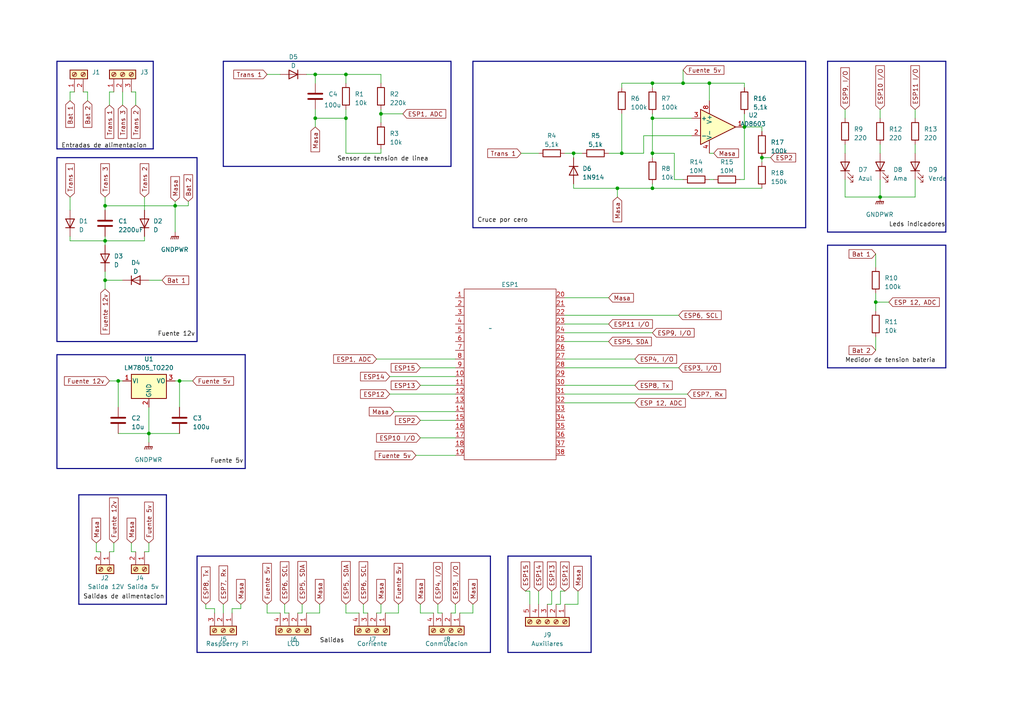
<source format=kicad_sch>
(kicad_sch (version 20230121) (generator eeschema)
  (paper "A4")
  (lib_symbols
    (symbol "Amplifier_Operational:AD8603" (pin_names (offset 0.127))
      (property "Reference" "U2" (at 10.16 3.4289 0))
      (property "Value" "AD8603" (at 10.16 0.8889 0))
      (symbol "AD8603_0_1"
        (polyline (pts (xy -5.08 5.08) (xy 5.08 0) (xy -5.08 -5.08) (xy -5.08 5.08)) (stroke (width 0.254)) (fill (type background)))
      )
      (symbol "AD8603_1_1"
        (pin output line (at 7.62 0 180) (length 2.54) (name "~") (number "1"))
        (pin input line (at -7.62 -2.54 0) (length 2.54) (name "-") (number "2"))
        (pin input line (at -7.62 2.54 0) (length 2.54) (name "+") (number "3"))
        (pin power_in line (at -2.54 -7.62 90) (length 3.81) (name "V-") (number "4"))
        (pin power_in line (at -2.54 7.62 270) (length 3.81) (name "V+") (number "8"))
      )
    )
    (symbol "Connector:Screw_Terminal_01x02" (pin_names (offset 1.016) hide)
      (property "Reference" "J" (at 0 2.54 0))
      (property "Value" "Screw_Terminal_01x02" (at 0 -5.08 0))
      (symbol "Screw_Terminal_01x02_1_1"
        (rectangle (start -1.27 1.27) (end 1.27 -3.81) (stroke (width 0.254)) (fill (type background)))
        (circle (center 0 -2.54) (radius 0.635) (stroke (width 0.1524)))
        (polyline (pts (xy -0.5334 -2.2098) (xy 0.3302 -3.048)) (stroke (width 0.1524)))
        (polyline (pts (xy -0.5334 0.3302) (xy 0.3302 -0.508)) (stroke (width 0.1524)))
        (polyline (pts (xy -0.3556 -2.032) (xy 0.508 -2.8702)) (stroke (width 0.1524)))
        (polyline (pts (xy -0.3556 0.508) (xy 0.508 -0.3302)) (stroke (width 0.1524)))
        (circle (center 0 0) (radius 0.635) (stroke (width 0.1524)))
        (pin passive line (at -5.08 0 0) (length 3.81) (name "Pin_1") (number "1"))
        (pin passive line (at -5.08 -2.54 0) (length 3.81) (name "Pin_2") (number "2"))
      )
    )
    (symbol "Connector:Screw_Terminal_01x03" (pin_names (offset 1.016) hide)
      (property "Reference" "J" (at 0 5.08 0))
      (property "Value" "Screw_Terminal_01x03" (at 0 -5.08 0))
      (symbol "Screw_Terminal_01x03_1_1"
        (rectangle (start -1.27 3.81) (end 1.27 -3.81) (stroke (width 0.254)) (fill (type background)))
        (circle (center 0 -2.54) (radius 0.635) (stroke (width 0.1524)))
        (polyline (pts (xy -0.5334 -2.2098) (xy 0.3302 -3.048)) (stroke (width 0.1524)))
        (polyline (pts (xy -0.5334 0.3302) (xy 0.3302 -0.508)) (stroke (width 0.1524)))
        (polyline (pts (xy -0.5334 2.8702) (xy 0.3302 2.032)) (stroke (width 0.1524)))
        (polyline (pts (xy -0.3556 -2.032) (xy 0.508 -2.8702)) (stroke (width 0.1524)))
        (polyline (pts (xy -0.3556 0.508) (xy 0.508 -0.3302)) (stroke (width 0.1524)))
        (polyline (pts (xy -0.3556 3.048) (xy 0.508 2.2098)) (stroke (width 0.1524)))
        (circle (center 0 0) (radius 0.635) (stroke (width 0.1524)))
        (circle (center 0 2.54) (radius 0.635) (stroke (width 0.1524)))
        (pin passive line (at -5.08 2.54 0) (length 3.81) (name "Pin_1") (number "1"))
        (pin passive line (at -5.08 0 0) (length 3.81) (name "Pin_2") (number "2"))
        (pin passive line (at -5.08 -2.54 0) (length 3.81) (name "Pin_3") (number "3"))
      )
    )
    (symbol "Connector:Screw_Terminal_01x04" (pin_names (offset 1.016) hide)
      (property "Reference" "J" (at 0 5.08 0))
      (property "Value" "Screw_Terminal_01x04" (at 0 -7.62 0))
      (symbol "Screw_Terminal_01x04_1_1"
        (rectangle (start -1.27 3.81) (end 1.27 -6.35) (stroke (width 0.254)) (fill (type background)))
        (circle (center 0 -5.08) (radius 0.635) (stroke (width 0.1524)))
        (circle (center 0 -2.54) (radius 0.635) (stroke (width 0.1524)))
        (polyline (pts (xy -0.5334 -4.7498) (xy 0.3302 -5.588)) (stroke (width 0.1524)))
        (polyline (pts (xy -0.5334 -2.2098) (xy 0.3302 -3.048)) (stroke (width 0.1524)))
        (polyline (pts (xy -0.5334 0.3302) (xy 0.3302 -0.508)) (stroke (width 0.1524)))
        (polyline (pts (xy -0.5334 2.8702) (xy 0.3302 2.032)) (stroke (width 0.1524)))
        (polyline (pts (xy -0.3556 -4.572) (xy 0.508 -5.4102)) (stroke (width 0.1524)))
        (polyline (pts (xy -0.3556 -2.032) (xy 0.508 -2.8702)) (stroke (width 0.1524)))
        (polyline (pts (xy -0.3556 0.508) (xy 0.508 -0.3302)) (stroke (width 0.1524)))
        (polyline (pts (xy -0.3556 3.048) (xy 0.508 2.2098)) (stroke (width 0.1524)))
        (circle (center 0 0) (radius 0.635) (stroke (width 0.1524)))
        (circle (center 0 2.54) (radius 0.635) (stroke (width 0.1524)))
        (pin passive line (at -5.08 2.54 0) (length 3.81) (name "Pin_1") (number "1"))
        (pin passive line (at -5.08 0 0) (length 3.81) (name "Pin_2") (number "2"))
        (pin passive line (at -5.08 -2.54 0) (length 3.81) (name "Pin_3") (number "3"))
        (pin passive line (at -5.08 -5.08 0) (length 3.81) (name "Pin_4") (number "4"))
      )
    )
    (symbol "Connector:Screw_Terminal_01x05" (pin_names (offset 1.016) hide)
      (property "Reference" "J" (at 0 7.62 0))
      (property "Value" "Screw_Terminal_01x05" (at 0 -7.62 0))
      (symbol "Screw_Terminal_01x05_1_1"
        (rectangle (start -1.27 6.35) (end 1.27 -6.35) (stroke (width 0.254)) (fill (type background)))
        (circle (center 0 -5.08) (radius 0.635) (stroke (width 0.1524)))
        (circle (center 0 -2.54) (radius 0.635) (stroke (width 0.1524)))
        (polyline (pts (xy -0.5334 -4.7498) (xy 0.3302 -5.588)) (stroke (width 0.1524)))
        (polyline (pts (xy -0.5334 -2.2098) (xy 0.3302 -3.048)) (stroke (width 0.1524)))
        (polyline (pts (xy -0.5334 0.3302) (xy 0.3302 -0.508)) (stroke (width 0.1524)))
        (polyline (pts (xy -0.5334 2.8702) (xy 0.3302 2.032)) (stroke (width 0.1524)))
        (polyline (pts (xy -0.5334 5.4102) (xy 0.3302 4.572)) (stroke (width 0.1524)))
        (polyline (pts (xy -0.3556 -4.572) (xy 0.508 -5.4102)) (stroke (width 0.1524)))
        (polyline (pts (xy -0.3556 -2.032) (xy 0.508 -2.8702)) (stroke (width 0.1524)))
        (polyline (pts (xy -0.3556 0.508) (xy 0.508 -0.3302)) (stroke (width 0.1524)))
        (polyline (pts (xy -0.3556 3.048) (xy 0.508 2.2098)) (stroke (width 0.1524)))
        (polyline (pts (xy -0.3556 5.588) (xy 0.508 4.7498)) (stroke (width 0.1524)))
        (circle (center 0 0) (radius 0.635) (stroke (width 0.1524)))
        (circle (center 0 2.54) (radius 0.635) (stroke (width 0.1524)))
        (circle (center 0 5.08) (radius 0.635) (stroke (width 0.1524)))
        (pin passive line (at -5.08 5.08 0) (length 3.81) (name "Pin_1") (number "1"))
        (pin passive line (at -5.08 2.54 0) (length 3.81) (name "Pin_2") (number "2"))
        (pin passive line (at -5.08 0 0) (length 3.81) (name "Pin_3") (number "3"))
        (pin passive line (at -5.08 -2.54 0) (length 3.81) (name "Pin_4") (number "4"))
        (pin passive line (at -5.08 -5.08 0) (length 3.81) (name "Pin_5") (number "5"))
      )
    )
    (symbol "Device:C" (pin_numbers hide) (pin_names (offset 0.254))
      (property "Reference" "C" (at 0.635 2.54 0))
      (property "Value" "C" (at 0.635 -2.54 0))
      (symbol "C_0_1"
        (polyline (pts (xy -2.032 -0.762) (xy 2.032 -0.762)) (stroke (width 0.508)))
        (polyline (pts (xy -2.032 0.762) (xy 2.032 0.762)) (stroke (width 0.508)))
      )
      (symbol "C_1_1"
        (pin passive line (at 0 3.81 270) (length 2.794) (name "~") (number "1"))
        (pin passive line (at 0 -3.81 90) (length 2.794) (name "~") (number "2"))
      )
    )
    (symbol "Device:D" (pin_numbers hide) (pin_names (offset 1.016) hide)
      (property "Reference" "D" (at 0 2.54 0))
      (property "Value" "D" (at 0 -2.54 0))
      (symbol "D_0_1"
        (polyline (pts (xy -1.27 1.27) (xy -1.27 -1.27)) (stroke (width 0.254)))
        (polyline (pts (xy 1.27 0) (xy -1.27 0)))
        (polyline (pts (xy 1.27 1.27) (xy 1.27 -1.27) (xy -1.27 0) (xy 1.27 1.27)) (stroke (width 0.254)))
      )
      (symbol "D_1_1"
        (pin passive line (at -3.81 0 0) (length 2.54) (name "K") (number "1"))
        (pin passive line (at 3.81 0 180) (length 2.54) (name "A") (number "2"))
      )
    )
    (symbol "Device:LED" (pin_numbers hide) (pin_names (offset 1.016) hide)
      (property "Reference" "D" (at 0 2.54 0))
      (property "Value" "LED" (at 0 -2.54 0))
      (symbol "LED_0_1"
        (polyline (pts (xy -1.27 -1.27) (xy -1.27 1.27)) (stroke (width 0.254)))
        (polyline (pts (xy -1.27 0) (xy 1.27 0)))
        (polyline (pts (xy 1.27 -1.27) (xy 1.27 1.27) (xy -1.27 0) (xy 1.27 -1.27)) (stroke (width 0.254)))
        (polyline (pts (xy -3.048 -0.762) (xy -4.572 -2.286) (xy -3.81 -2.286) (xy -4.572 -2.286) (xy -4.572 -1.524)))
        (polyline (pts (xy -1.778 -0.762) (xy -3.302 -2.286) (xy -2.54 -2.286) (xy -3.302 -2.286) (xy -3.302 -1.524)))
      )
      (symbol "LED_1_1"
        (pin passive line (at -3.81 0 0) (length 2.54) (name "K") (number "1"))
        (pin passive line (at 3.81 0 180) (length 2.54) (name "A") (number "2"))
      )
    )
    (symbol "Device:R" (pin_numbers hide) (pin_names (offset 0))
      (property "Reference" "R" (at 2.032 0 90))
      (property "Value" "R" (at 0 0 90))
      (symbol "R_0_1"
        (rectangle (start -1.016 -2.54) (end 1.016 2.54) (stroke (width 0.254)))
      )
      (symbol "R_1_1"
        (pin passive line (at 0 3.81 270) (length 1.27) (name "~") (number "1"))
        (pin passive line (at 0 -3.81 90) (length 1.27) (name "~") (number "2"))
      )
    )
    (symbol "ESP32NodeMcu:ESP32NodeMcu" (pin_names hide)
      (property "Reference" "ESP32" (at 0 2.54 0))
      (symbol "ESP32NodeMcu_0_1"
        (rectangle (start -12.7 13.97) (end 13.97 -35.56))
      )
      (symbol "ESP32NodeMcu_1_1"
        (pin bidirectional line (at -15.24 11.43 0) (length 2.54) (name "3,3v") (number "1"))
        (pin bidirectional line (at -15.24 -11.43 0) (length 2.54) (name "ADC2_9,RTCGPIO7,GPIO26,DAC_2") (number "10"))
        (pin bidirectional line (at -15.24 -13.97 0) (length 2.54) (name "ADC2_7,RTCGPIO17,GPIO27,TOUCH_7") (number "11"))
        (pin bidirectional line (at -15.24 -16.51 0) (length 2.54) (name "ADC2_6,RTCGPIO16,GPIO32,TOUCH_6,HSPI_CLK,SD_CLK") (number "12"))
        (pin bidirectional line (at -15.24 -19.05 0) (length 2.54) (name "ADC2_5,RTCGPIO15,GPIO12,TOUCH_5,HSPI_MISO,SD_DAT2") (number "13"))
        (pin bidirectional line (at -15.24 -21.59 0) (length 2.54) (name "GND") (number "14"))
        (pin bidirectional line (at -15.24 -24.13 0) (length 2.54) (name "ADC2_4,RTCGPIO14,GPIO13,TOUCH_4,HSPI_MOSI,SD_DAT3") (number "15"))
        (pin bidirectional line (at -15.24 -26.67 0) (length 2.54) (name "SHD/SD2,GPIO09") (number "16"))
        (pin bidirectional line (at -15.24 -29.21 0) (length 2.54) (name "SWP/SD3,GPIO10") (number "17"))
        (pin bidirectional line (at -15.24 -31.75 0) (length 2.54) (name "CSC/CMD,GPIO11") (number "18"))
        (pin bidirectional line (at -15.24 -34.29 0) (length 2.54) (name "5v") (number "19"))
        (pin input line (at -15.24 8.89 0) (length 2.54) (name "Reset,En") (number "2"))
        (pin bidirectional line (at 16.51 11.43 180) (length 2.54) (name "GND") (number "20"))
        (pin bidirectional line (at 16.51 8.89 180) (length 2.54) (name "GPIO23,VSPI_MOSI") (number "21"))
        (pin bidirectional line (at 16.51 6.35 180) (length 2.54) (name "GPIO22,I2C_SCL") (number "22"))
        (pin bidirectional line (at 16.51 3.81 180) (length 2.54) (name "GPIO1,TX0") (number "23"))
        (pin bidirectional line (at 16.51 1.27 180) (length 2.54) (name "GPIO3,RX0") (number "24"))
        (pin bidirectional line (at 16.51 -1.27 180) (length 2.54) (name "GPIO21,I2C_SDA") (number "25"))
        (pin bidirectional line (at 16.51 -3.81 180) (length 2.54) (name "GND") (number "26"))
        (pin bidirectional line (at 16.51 -6.35 180) (length 2.54) (name "GPIO19,VSPI_MISO") (number "27"))
        (pin bidirectional line (at 16.51 -8.89 180) (length 2.54) (name "GPIO18,VSPI_CLK") (number "28"))
        (pin bidirectional line (at 16.51 -11.43 180) (length 2.54) (name "GPIO5,VSPI_CS") (number "29"))
        (pin input line (at -15.24 6.35 0) (length 2.54) (name "ADC1_0,RTC_GPIO0,GPIO36") (number "3"))
        (pin bidirectional line (at 16.51 -13.97 180) (length 2.54) (name "GPIO17,TX2") (number "30"))
        (pin bidirectional line (at 16.51 -16.51 180) (length 2.54) (name "GPIO16,RX2") (number "31"))
        (pin bidirectional line (at 16.51 -19.05 180) (length 2.54) (name "GPIO4,RTC_GPIO10,ADC2_0,TOUCH_0,SD_DAT1") (number "32"))
        (pin bidirectional line (at 16.51 -21.59 180) (length 2.54) (name "GPIO0,RTC_GPIO11,ADC2_1,TOUCH_1") (number "33"))
        (pin bidirectional line (at 16.51 -24.13 180) (length 2.54) (name "GPIO2,RTC_GPIO12,ADC2_2,TOUCH_2,SD_DAT0,LED") (number "34"))
        (pin bidirectional line (at 16.51 -26.67 180) (length 2.54) (name "GPIO15,RTC_GPIO13,ADC2_3,TOUCH_3,SD_CMD,HSPI_CS") (number "35"))
        (pin bidirectional line (at 16.51 -29.21 180) (length 2.54) (name "GPIO8,SDI/SD1") (number "36"))
        (pin bidirectional line (at 16.51 -31.75 180) (length 2.54) (name "GPIO7,SDO/SD0") (number "37"))
        (pin bidirectional line (at 16.51 -34.29 180) (length 2.54) (name "GPIO6,SCK/CLK") (number "38"))
        (pin input line (at -15.24 3.81 0) (length 2.54) (name "ADC1_3,RTCGPIO3,GPIO39") (number "4"))
        (pin input line (at -15.24 1.27 0) (length 2.54) (name "ADC1_4,RTCGPIO4,GPIO34") (number "5"))
        (pin input line (at -15.24 -1.27 0) (length 2.54) (name "ADC1_7,RTCGPIO5,GPIO35") (number "6"))
        (pin bidirectional line (at -15.24 -3.81 0) (length 2.54) (name "ADC1_4,RTCGPIO9,GPIO32,TOUCH_9") (number "7"))
        (pin bidirectional line (at -15.24 -6.35 0) (length 2.54) (name "ADC1_5,RTCGPIO8,GPIO33,TOUCH_8") (number "8"))
        (pin bidirectional line (at -15.24 -8.89 0) (length 2.54) (name "ADC2_8,RTCGPIO8,GPIO25,DAC_1") (number "9"))
      )
    )
    (symbol "Regulator_Linear:LM7805_TO220" (pin_names (offset 0.254))
      (property "Reference" "U" (at -3.81 3.175 0))
      (property "Value" "LM7805_TO220" (at 0 3.175 0))
      (symbol "LM7805_TO220_0_1"
        (rectangle (start -5.08 1.905) (end 5.08 -5.08) (stroke (width 0.254)) (fill (type background)))
      )
      (symbol "LM7805_TO220_1_1"
        (pin power_in line (at -7.62 0 0) (length 2.54) (name "VI") (number "1"))
        (pin power_in line (at 0 -7.62 90) (length 2.54) (name "GND") (number "2"))
        (pin power_out line (at 7.62 0 180) (length 2.54) (name "VO") (number "3"))
      )
    )
    (symbol "power:GNDPWR" (power) (pin_names (offset 0))
      (property "Value" "GNDPWR" (at 0 -3.302 0))
      (symbol "GNDPWR_0_1"
        (polyline (pts (xy 0 -1.27) (xy 0 0)))
        (polyline (pts (xy -1.016 -1.27) (xy -1.27 -2.032) (xy -1.27 -2.032)) (stroke (width 0.2032)))
        (polyline (pts (xy -0.508 -1.27) (xy -0.762 -2.032) (xy -0.762 -2.032)) (stroke (width 0.2032)))
        (polyline (pts (xy 0 -1.27) (xy -0.254 -2.032) (xy -0.254 -2.032)) (stroke (width 0.2032)))
        (polyline (pts (xy 0.508 -1.27) (xy 0.254 -2.032) (xy 0.254 -2.032)) (stroke (width 0.2032)))
        (polyline (pts (xy 1.016 -1.27) (xy -1.016 -1.27) (xy -1.016 -1.27)) (stroke (width 0.2032)))
        (polyline (pts (xy 1.016 -1.27) (xy 0.762 -2.032) (xy 0.762 -2.032) (xy 0.762 -2.032)) (stroke (width 0.2032)))
      )
      (symbol "GNDPWR_1_1"
        (pin power_in line (at 0 0 270) (length 0) hide (name "GNDPWR") (number "1"))
      )
    )
  )
  (junction (at 100.33 34.29))
  (junction (at 100.33 21.59))
  (junction (at 189.23 34.29))
  (junction (at 30.48 59.69))
  (junction (at 180.34 44.45))
  (junction (at 166.37 44.45))
  (junction (at 220.98 45.72))
  (junction (at 110.49 33.02))
  (junction (at 30.48 81.28))
  (junction (at 179.07 54.61))
  (junction (at 215.9 36.83))
  (junction (at 189.23 24.13))
  (junction (at 189.23 54.61))
  (junction (at 52.07 110.49))
  (junction (at 198.12 24.13))
  (junction (at 43.18 125.73))
  (junction (at 255.27 57.15))
  (junction (at 254 87.63))
  (junction (at 34.29 110.49))
  (junction (at 189.23 44.45))
  (junction (at 91.44 21.59))
  (junction (at 205.74 24.13))
  (junction (at 50.8 59.69))
  (junction (at 91.44 34.29))
  (junction (at 30.48 69.85))
  (wire (pts (xy 265.43 41.91) (xy 265.43 44.45)))
  (wire (pts (xy 133.35 177.8) (xy 137.16 177.8)))
  (wire (pts (xy 20.32 68.58) (xy 20.32 69.85)))
  (wire (pts (xy 50.8 59.69) (xy 50.8 67.31)))
  (bus (pts (xy 142.24 189.23) (xy 57.15 189.23)))
  (wire (pts (xy 205.74 44.45) (xy 207.01 44.45)))
  (wire (pts (xy 132.08 177.8) (xy 130.81 177.8)))
  (wire (pts (xy 30.48 68.58) (xy 30.48 69.85)))
  (wire (pts (xy 30.48 78.74) (xy 30.48 81.28)))
  (wire (pts (xy 27.94 160.02) (xy 27.94 157.48)))
  (wire (pts (xy 20.32 57.15) (xy 20.32 60.96)))
  (wire (pts (xy 220.98 45.72) (xy 223.52 45.72)))
  (bus (pts (xy 22.86 143.51) (xy 22.86 175.26)))
  (wire (pts (xy 162.56 175.26) (xy 162.56 171.45)))
  (wire (pts (xy 121.92 111.76) (xy 132.08 111.76)))
  (bus (pts (xy 240.03 71.12) (xy 240.03 106.68)))
  (wire (pts (xy 127 177.8) (xy 128.27 177.8)))
  (bus (pts (xy 71.12 102.87) (xy 71.12 135.89)))
  (bus (pts (xy 16.51 102.87) (xy 16.51 135.89)))
  (wire (pts (xy 245.11 52.07) (xy 245.11 57.15)))
  (wire (pts (xy 132.08 175.26) (xy 132.08 177.8)))
  (wire (pts (xy 254 85.09) (xy 254 87.63)))
  (wire (pts (xy 100.33 44.45) (xy 100.33 34.29)))
  (wire (pts (xy 255.27 31.75) (xy 255.27 34.29)))
  (wire (pts (xy 67.31 176.53) (xy 69.85 176.53)))
  (wire (pts (xy 163.83 175.26) (xy 167.64 175.26)))
  (wire (pts (xy 52.07 110.49) (xy 52.07 118.11)))
  (wire (pts (xy 121.92 121.92) (xy 132.08 121.92)))
  (wire (pts (xy 220.98 45.72) (xy 220.98 46.99)))
  (wire (pts (xy 189.23 44.45) (xy 195.58 44.45)))
  (wire (pts (xy 34.29 110.49) (xy 34.29 118.11)))
  (bus (pts (xy 57.15 45.72) (xy 57.15 99.06)))
  (bus (pts (xy 64.77 17.78) (xy 64.77 48.26)))
  (wire (pts (xy 67.31 176.53) (xy 67.31 177.8)))
  (wire (pts (xy 215.9 36.83) (xy 220.98 36.83)))
  (wire (pts (xy 205.74 29.21) (xy 205.74 24.13)))
  (bus (pts (xy 16.51 17.78) (xy 44.45 17.78)))
  (wire (pts (xy 121.92 177.8) (xy 125.73 177.8)))
  (wire (pts (xy 189.23 44.45) (xy 189.23 45.72)))
  (wire (pts (xy 163.83 91.44) (xy 196.85 91.44)))
  (wire (pts (xy 31.75 26.67) (xy 33.02 26.67)))
  (bus (pts (xy 16.51 43.18) (xy 44.45 43.18)))
  (wire (pts (xy 91.44 34.29) (xy 100.33 34.29)))
  (wire (pts (xy 161.29 175.26) (xy 162.56 175.26)))
  (bus (pts (xy 233.68 66.04) (xy 137.16 66.04)))
  (wire (pts (xy 163.83 86.36) (xy 176.53 86.36)))
  (wire (pts (xy 153.67 171.45) (xy 153.67 175.26)))
  (wire (pts (xy 64.77 175.26) (xy 64.77 177.8)))
  (wire (pts (xy 87.63 177.8) (xy 86.36 177.8)))
  (wire (pts (xy 87.63 175.26) (xy 87.63 177.8)))
  (wire (pts (xy 110.49 33.02) (xy 110.49 35.56)))
  (wire (pts (xy 100.33 34.29) (xy 100.33 31.75)))
  (wire (pts (xy 50.8 58.42) (xy 50.8 59.69)))
  (bus (pts (xy 130.81 17.78) (xy 130.81 48.26)))
  (wire (pts (xy 180.34 24.13) (xy 189.23 24.13)))
  (wire (pts (xy 25.4 29.21) (xy 25.4 26.67)))
  (wire (pts (xy 151.13 44.45) (xy 156.21 44.45)))
  (bus (pts (xy 48.26 143.51) (xy 22.86 143.51)))
  (wire (pts (xy 167.64 175.26) (xy 167.64 171.45)))
  (wire (pts (xy 30.48 59.69) (xy 30.48 60.96)))
  (wire (pts (xy 88.9 177.8) (xy 92.71 177.8)))
  (wire (pts (xy 92.71 177.8) (xy 92.71 175.26)))
  (wire (pts (xy 156.21 171.45) (xy 156.21 175.26)))
  (wire (pts (xy 43.18 118.11) (xy 43.18 125.73)))
  (bus (pts (xy 16.51 45.72) (xy 16.51 99.06)))
  (bus (pts (xy 171.45 161.29) (xy 147.32 161.29)))
  (wire (pts (xy 43.18 125.73) (xy 52.07 125.73)))
  (wire (pts (xy 91.44 21.59) (xy 91.44 24.13)))
  (wire (pts (xy 105.41 177.8) (xy 106.68 177.8)))
  (wire (pts (xy 25.4 26.67) (xy 24.13 26.67)))
  (wire (pts (xy 245.11 41.91) (xy 245.11 44.45)))
  (wire (pts (xy 30.48 69.85) (xy 30.48 71.12)))
  (wire (pts (xy 215.9 24.13) (xy 205.74 24.13)))
  (wire (pts (xy 29.21 160.02) (xy 27.94 160.02)))
  (bus (pts (xy 240.03 71.12) (xy 274.32 71.12)))
  (wire (pts (xy 137.16 177.8) (xy 137.16 175.26)))
  (wire (pts (xy 34.29 110.49) (xy 35.56 110.49)))
  (wire (pts (xy 110.49 177.8) (xy 109.22 177.8)))
  (bus (pts (xy 240.03 106.68) (xy 274.32 106.68)))
  (wire (pts (xy 180.34 24.13) (xy 180.34 25.4)))
  (wire (pts (xy 245.11 31.75) (xy 245.11 34.29)))
  (bus (pts (xy 57.15 189.23) (xy 57.15 161.29)))
  (wire (pts (xy 215.9 52.07) (xy 215.9 36.83)))
  (wire (pts (xy 166.37 44.45) (xy 166.37 45.72)))
  (wire (pts (xy 200.66 39.37) (xy 186.69 39.37)))
  (wire (pts (xy 82.55 177.8) (xy 83.82 177.8)))
  (wire (pts (xy 110.49 44.45) (xy 100.33 44.45)))
  (wire (pts (xy 163.83 99.06) (xy 176.53 99.06)))
  (wire (pts (xy 215.9 33.02) (xy 215.9 36.83)))
  (wire (pts (xy 265.43 31.75) (xy 265.43 34.29)))
  (bus (pts (xy 240.03 67.31) (xy 274.32 67.31)))
  (wire (pts (xy 43.18 81.28) (xy 46.99 81.28)))
  (wire (pts (xy 127 175.26) (xy 127 177.8)))
  (wire (pts (xy 33.02 160.02) (xy 33.02 157.48)))
  (wire (pts (xy 215.9 25.4) (xy 215.9 24.13)))
  (wire (pts (xy 109.22 104.14) (xy 132.08 104.14)))
  (wire (pts (xy 189.23 25.4) (xy 189.23 24.13)))
  (wire (pts (xy 31.75 110.49) (xy 34.29 110.49)))
  (wire (pts (xy 43.18 125.73) (xy 43.18 128.27)))
  (wire (pts (xy 54.61 58.42) (xy 54.61 59.69)))
  (bus (pts (xy 142.24 161.29) (xy 142.24 189.23)))
  (bus (pts (xy 233.68 17.78) (xy 233.68 66.04)))
  (wire (pts (xy 121.92 175.26) (xy 121.92 177.8)))
  (bus (pts (xy 16.51 45.72) (xy 57.15 45.72)))
  (wire (pts (xy 214.63 52.07) (xy 215.9 52.07)))
  (wire (pts (xy 180.34 33.02) (xy 180.34 44.45)))
  (bus (pts (xy 64.77 17.78) (xy 130.81 17.78)))
  (bus (pts (xy 274.32 67.31) (xy 274.32 17.78)))
  (wire (pts (xy 115.57 175.26) (xy 115.57 177.8)))
  (wire (pts (xy 110.49 21.59) (xy 100.33 21.59)))
  (wire (pts (xy 114.3 119.38) (xy 132.08 119.38)))
  (wire (pts (xy 160.02 175.26) (xy 158.75 175.26)))
  (wire (pts (xy 113.03 109.22) (xy 132.08 109.22)))
  (wire (pts (xy 255.27 41.91) (xy 255.27 44.45)))
  (wire (pts (xy 254 73.66) (xy 254 77.47)))
  (bus (pts (xy 240.03 17.78) (xy 274.32 17.78)))
  (wire (pts (xy 205.74 52.07) (xy 207.01 52.07)))
  (bus (pts (xy 16.51 99.06) (xy 57.15 99.06)))
  (bus (pts (xy 44.45 43.18) (xy 44.45 17.78)))
  (wire (pts (xy 41.91 57.15) (xy 41.91 60.96)))
  (wire (pts (xy 186.69 44.45) (xy 180.34 44.45)))
  (wire (pts (xy 163.83 116.84) (xy 184.15 116.84)))
  (wire (pts (xy 220.98 54.61) (xy 189.23 54.61)))
  (wire (pts (xy 179.07 54.61) (xy 189.23 54.61)))
  (wire (pts (xy 163.83 104.14) (xy 184.15 104.14)))
  (wire (pts (xy 163.83 96.52) (xy 189.23 96.52)))
  (wire (pts (xy 160.02 171.45) (xy 160.02 175.26)))
  (bus (pts (xy 147.32 189.23) (xy 171.45 189.23)))
  (wire (pts (xy 166.37 54.61) (xy 179.07 54.61)))
  (wire (pts (xy 20.32 29.21) (xy 20.32 26.67)))
  (wire (pts (xy 38.1 160.02) (xy 38.1 157.48)))
  (wire (pts (xy 54.61 59.69) (xy 50.8 59.69)))
  (wire (pts (xy 20.32 26.67) (xy 21.59 26.67)))
  (wire (pts (xy 31.75 30.48) (xy 31.75 26.67)))
  (wire (pts (xy 81.28 177.8) (xy 77.47 177.8)))
  (wire (pts (xy 62.23 176.53) (xy 62.23 177.8)))
  (wire (pts (xy 41.91 68.58) (xy 41.91 69.85)))
  (wire (pts (xy 110.49 31.75) (xy 110.49 33.02)))
  (wire (pts (xy 189.23 34.29) (xy 189.23 44.45)))
  (wire (pts (xy 166.37 54.61) (xy 166.37 53.34)))
  (wire (pts (xy 30.48 81.28) (xy 35.56 81.28)))
  (wire (pts (xy 100.33 24.13) (xy 100.33 21.59)))
  (wire (pts (xy 121.92 106.68) (xy 132.08 106.68)))
  (wire (pts (xy 110.49 24.13) (xy 110.49 21.59)))
  (wire (pts (xy 163.83 106.68) (xy 196.85 106.68)))
  (bus (pts (xy 147.32 161.29) (xy 147.32 189.23)))
  (wire (pts (xy 110.49 175.26) (xy 110.49 177.8)))
  (wire (pts (xy 163.83 111.76) (xy 184.15 111.76)))
  (wire (pts (xy 77.47 177.8) (xy 77.47 175.26)))
  (wire (pts (xy 35.56 26.67) (xy 35.56 30.48)))
  (wire (pts (xy 52.07 110.49) (xy 55.88 110.49)))
  (wire (pts (xy 91.44 34.29) (xy 91.44 36.83)))
  (wire (pts (xy 254 97.79) (xy 254 101.6)))
  (wire (pts (xy 39.37 160.02) (xy 38.1 160.02)))
  (wire (pts (xy 39.37 26.67) (xy 38.1 26.67)))
  (bus (pts (xy 16.51 17.78) (xy 16.51 43.18)))
  (wire (pts (xy 163.83 114.3) (xy 199.39 114.3)))
  (bus (pts (xy 274.32 71.12) (xy 274.32 106.68)))
  (wire (pts (xy 100.33 21.59) (xy 91.44 21.59)))
  (wire (pts (xy 115.57 177.8) (xy 111.76 177.8)))
  (bus (pts (xy 71.12 135.89) (xy 16.51 135.89)))
  (bus (pts (xy 22.86 175.26) (xy 48.26 175.26)))
  (wire (pts (xy 198.12 24.13) (xy 205.74 24.13)))
  (wire (pts (xy 20.32 69.85) (xy 30.48 69.85)))
  (wire (pts (xy 179.07 54.61) (xy 179.07 57.15)))
  (wire (pts (xy 189.23 34.29) (xy 189.23 33.02)))
  (wire (pts (xy 105.41 175.26) (xy 105.41 177.8)))
  (wire (pts (xy 100.33 177.8) (xy 104.14 177.8)))
  (wire (pts (xy 163.83 93.98) (xy 176.53 93.98)))
  (wire (pts (xy 195.58 44.45) (xy 195.58 52.07)))
  (wire (pts (xy 59.69 175.26) (xy 59.69 176.53)))
  (wire (pts (xy 198.12 20.32) (xy 198.12 24.13)))
  (wire (pts (xy 41.91 160.02) (xy 43.18 160.02)))
  (wire (pts (xy 50.8 110.49) (xy 52.07 110.49)))
  (wire (pts (xy 30.48 69.85) (xy 41.91 69.85)))
  (bus (pts (xy 130.81 48.26) (xy 64.77 48.26)))
  (wire (pts (xy 189.23 54.61) (xy 189.23 53.34)))
  (wire (pts (xy 59.69 176.53) (xy 62.23 176.53)))
  (wire (pts (xy 176.53 44.45) (xy 180.34 44.45)))
  (wire (pts (xy 120.65 132.08) (xy 132.08 132.08)))
  (wire (pts (xy 34.29 125.73) (xy 43.18 125.73)))
  (wire (pts (xy 152.4 171.45) (xy 153.67 171.45)))
  (wire (pts (xy 91.44 34.29) (xy 91.44 31.75)))
  (wire (pts (xy 121.92 127) (xy 132.08 127)))
  (wire (pts (xy 166.37 44.45) (xy 168.91 44.45)))
  (wire (pts (xy 43.18 160.02) (xy 43.18 157.48)))
  (wire (pts (xy 254 87.63) (xy 257.81 87.63)))
  (wire (pts (xy 30.48 81.28) (xy 30.48 83.82)))
  (wire (pts (xy 255.27 52.07) (xy 255.27 57.15)))
  (wire (pts (xy 162.56 171.45) (xy 163.83 171.45)))
  (wire (pts (xy 189.23 24.13) (xy 198.12 24.13)))
  (wire (pts (xy 77.47 21.59) (xy 81.28 21.59)))
  (bus (pts (xy 48.26 175.26) (xy 48.26 143.51)))
  (wire (pts (xy 198.12 52.07) (xy 195.58 52.07)))
  (wire (pts (xy 245.11 57.15) (xy 255.27 57.15)))
  (wire (pts (xy 110.49 44.45) (xy 110.49 43.18)))
  (wire (pts (xy 100.33 175.26) (xy 100.33 177.8)))
  (wire (pts (xy 39.37 30.48) (xy 39.37 26.67)))
  (wire (pts (xy 265.43 52.07) (xy 265.43 57.15)))
  (bus (pts (xy 137.16 17.78) (xy 137.16 66.04)))
  (wire (pts (xy 113.03 114.3) (xy 132.08 114.3)))
  (wire (pts (xy 265.43 57.15) (xy 255.27 57.15)))
  (wire (pts (xy 110.49 33.02) (xy 116.84 33.02)))
  (wire (pts (xy 82.55 175.26) (xy 82.55 177.8)))
  (wire (pts (xy 88.9 21.59) (xy 91.44 21.59)))
  (bus (pts (xy 137.16 17.78) (xy 233.68 17.78)))
  (bus (pts (xy 16.51 102.87) (xy 71.12 102.87)))
  (wire (pts (xy 254 87.63) (xy 254 90.17)))
  (wire (pts (xy 31.75 160.02) (xy 33.02 160.02)))
  (wire (pts (xy 30.48 57.15) (xy 30.48 59.69)))
  (bus (pts (xy 240.03 17.78) (xy 240.03 67.31)))
  (bus (pts (xy 57.15 161.29) (xy 142.24 161.29)))
  (bus (pts (xy 171.45 189.23) (xy 171.45 161.29)))
  (wire (pts (xy 69.85 176.53) (xy 69.85 175.26)))
  (wire (pts (xy 200.66 34.29) (xy 189.23 34.29)))
  (wire (pts (xy 30.48 59.69) (xy 50.8 59.69)))
  (wire (pts (xy 163.83 44.45) (xy 166.37 44.45)))
  (wire (pts (xy 220.98 38.1) (xy 220.98 36.83)))
  (wire (pts (xy 186.69 39.37) (xy 186.69 44.45)))
  (label "Cruce por cero" (at 138.43 64.77 0))
  (label "Salidas de alimentacion" (at 24.13 173.99 0))
  (label "Salidas" (at 92.71 186.69 0))
  (label "Entradas de alimentacion" (at 17.78 43.18 0))
  (label "Fuente 5v" (at 60.96 134.62 0))
  (label "Medidor de tension bateria" (at 245.11 105.41 0))
  (label "Leds indicadores" (at 257.81 66.04 0))
  (label "Fuente 12v" (at 45.72 97.79 0))
  (label "Sensor de tension de linea" (at 97.79 46.99 0))
  (global_label "ESP9, I{slash}O" (shape input) (at 245.11 31.75 90) (property "Intersheetrefs" "${INTERSHEET_REFS}" (effects hide)))
  (global_label "Bat 2" (shape input) (at 25.4 29.21 270) (property "Intersheetrefs" "${INTERSHEET_REFS}" (effects hide)))
  (global_label "Fuente 5v" (shape input) (at 77.47 175.26 90) (property "Intersheetrefs" "${INTERSHEET_REFS}" (effects hide)))
  (global_label "ESP7, Rx" (shape input) (at 64.77 175.26 90) (property "Intersheetrefs" "${INTERSHEET_REFS}" (effects hide)))
  (global_label "Fuente 5v" (shape input) (at 198.12 20.32 0) (property "Intersheetrefs" "${INTERSHEET_REFS}" (effects hide)))
  (global_label "ESP2" (shape input) (at 223.52 45.72 0) (property "Intersheetrefs" "${INTERSHEET_REFS}" (effects hide)))
  (global_label "Masa" (shape input) (at 69.85 175.26 90) (property "Intersheetrefs" "${INTERSHEET_REFS}" (effects hide)))
  (global_label "Fuente 12v" (shape input) (at 31.75 110.49 180) (property "Intersheetrefs" "${INTERSHEET_REFS}" (effects hide)))
  (global_label "ESP12" (shape input) (at 113.03 114.3 180) (property "Intersheetrefs" "${INTERSHEET_REFS}" (effects hide)))
  (global_label "Trans 1" (shape input) (at 151.13 44.45 180) (property "Intersheetrefs" "${INTERSHEET_REFS}" (effects hide)))
  (global_label "ESP5, SDA" (shape input) (at 176.53 99.06 0) (property "Intersheetrefs" "${INTERSHEET_REFS}" (effects hide)))
  (global_label "ESP5, SDA" (shape input) (at 100.33 175.26 90) (property "Intersheetrefs" "${INTERSHEET_REFS}" (effects hide)))
  (global_label "Trans 2" (shape input) (at 41.91 57.15 90) (property "Intersheetrefs" "${INTERSHEET_REFS}" (effects hide)))
  (global_label "ESP6, SCL" (shape input) (at 105.41 175.26 90) (property "Intersheetrefs" "${INTERSHEET_REFS}" (effects hide)))
  (global_label "Masa" (shape input) (at 38.1 157.48 90) (property "Intersheetrefs" "${INTERSHEET_REFS}" (effects hide)))
  (global_label "ESP6, SCL" (shape input) (at 82.55 175.26 90) (property "Intersheetrefs" "${INTERSHEET_REFS}" (effects hide)))
  (global_label "Masa" (shape input) (at 92.71 175.26 90) (property "Intersheetrefs" "${INTERSHEET_REFS}" (effects hide)))
  (global_label "Bat 1" (shape input) (at 20.32 29.21 270) (property "Intersheetrefs" "${INTERSHEET_REFS}" (effects hide)))
  (global_label "Bat 1" (shape input) (at 46.99 81.28 0) (property "Intersheetrefs" "${INTERSHEET_REFS}" (effects hide)))
  (global_label "ESP3, I{slash}O" (shape input) (at 132.08 175.26 90) (property "Intersheetrefs" "${INTERSHEET_REFS}" (effects hide)))
  (global_label "Trans 1" (shape input) (at 20.32 57.15 90) (property "Intersheetrefs" "${INTERSHEET_REFS}" (effects hide)))
  (global_label "ESP11 I{slash}O" (shape input) (at 265.43 31.75 90) (property "Intersheetrefs" "${INTERSHEET_REFS}" (effects hide)))
  (global_label "ESP 12, ADC" (shape input) (at 184.15 116.84 0) (property "Intersheetrefs" "${INTERSHEET_REFS}" (effects hide)))
  (global_label "ESP8, Tx" (shape input) (at 184.15 111.76 0) (property "Intersheetrefs" "${INTERSHEET_REFS}" (effects hide)))
  (global_label "Masa" (shape input) (at 121.92 175.26 90) (property "Intersheetrefs" "${INTERSHEET_REFS}" (effects hide)))
  (global_label "ESP1, ADC" (shape input) (at 109.22 104.14 180) (property "Intersheetrefs" "${INTERSHEET_REFS}" (effects hide)))
  (global_label "Masa" (shape input) (at 114.3 119.38 180) (property "Intersheetrefs" "${INTERSHEET_REFS}" (effects hide)))
  (global_label "Masa" (shape input) (at 207.01 44.45 0) (property "Intersheetrefs" "${INTERSHEET_REFS}" (effects hide)))
  (global_label "Fuente 5v" (shape input) (at 120.65 132.08 180) (property "Intersheetrefs" "${INTERSHEET_REFS}" (effects hide)))
  (global_label "ESP14" (shape input) (at 113.03 109.22 180) (property "Intersheetrefs" "${INTERSHEET_REFS}" (effects hide)))
  (global_label "ESP6, SCL" (shape input) (at 196.85 91.44 0) (property "Intersheetrefs" "${INTERSHEET_REFS}" (effects hide)))
  (global_label "Fuente 5v" (shape input) (at 43.18 157.48 90) (property "Intersheetrefs" "${INTERSHEET_REFS}" (effects hide)))
  (global_label "ESP3, I{slash}O" (shape input) (at 196.85 106.68 0) (property "Intersheetrefs" "${INTERSHEET_REFS}" (effects hide)))
  (global_label "Masa" (shape input) (at 176.53 86.36 0) (property "Intersheetrefs" "${INTERSHEET_REFS}" (effects hide)))
  (global_label "Trans 3" (shape input) (at 30.48 57.15 90) (property "Intersheetrefs" "${INTERSHEET_REFS}" (effects hide)))
  (global_label "ESP15" (shape input) (at 152.4 171.45 90) (property "Intersheetrefs" "${INTERSHEET_REFS}" (effects hide)))
  (global_label "Masa" (shape input) (at 91.44 36.83 270) (property "Intersheetrefs" "${INTERSHEET_REFS}" (effects hide)))
  (global_label "ESP5, SDA" (shape input) (at 87.63 175.26 90) (property "Intersheetrefs" "${INTERSHEET_REFS}" (effects hide)))
  (global_label "ESP9, I{slash}O" (shape input) (at 189.23 96.52 0) (property "Intersheetrefs" "${INTERSHEET_REFS}" (effects hide)))
  (global_label "Fuente 5v" (shape input) (at 55.88 110.49 0) (property "Intersheetrefs" "${INTERSHEET_REFS}" (effects hide)))
  (global_label "Bat 2" (shape input) (at 254 101.6 180) (property "Intersheetrefs" "${INTERSHEET_REFS}" (effects hide)))
  (global_label "ESP4, I{slash}O" (shape input) (at 127 175.26 90) (property "Intersheetrefs" "${INTERSHEET_REFS}" (effects hide)))
  (global_label "ESP12" (shape input) (at 163.83 171.45 90) (property "Intersheetrefs" "${INTERSHEET_REFS}" (effects hide)))
  (global_label "Masa" (shape input) (at 50.8 58.42 90) (property "Intersheetrefs" "${INTERSHEET_REFS}" (effects hide)))
  (global_label "Masa" (shape input) (at 167.64 171.45 90) (property "Intersheetrefs" "${INTERSHEET_REFS}" (effects hide)))
  (global_label "ESP10 I{slash}O" (shape input) (at 121.92 127 180) (property "Intersheetrefs" "${INTERSHEET_REFS}" (effects hide)))
  (global_label "Masa" (shape input) (at 27.94 157.48 90) (property "Intersheetrefs" "${INTERSHEET_REFS}" (effects hide)))
  (global_label "Masa" (shape input) (at 110.49 175.26 90) (property "Intersheetrefs" "${INTERSHEET_REFS}" (effects hide)))
  (global_label "Fuente 12v" (shape input) (at 30.48 83.82 270) (property "Intersheetrefs" "${INTERSHEET_REFS}" (effects hide)))
  (global_label "ESP4, I{slash}O" (shape input) (at 184.15 104.14 0) (property "Intersheetrefs" "${INTERSHEET_REFS}" (effects hide)))
  (global_label "ESP13" (shape input) (at 160.02 171.45 90) (property "Intersheetrefs" "${INTERSHEET_REFS}" (effects hide)))
  (global_label "ESP13" (shape input) (at 121.92 111.76 180) (property "Intersheetrefs" "${INTERSHEET_REFS}" (effects hide)))
  (global_label "ESP14" (shape input) (at 156.21 171.45 90) (property "Intersheetrefs" "${INTERSHEET_REFS}" (effects hide)))
  (global_label "ESP 12, ADC" (shape input) (at 257.81 87.63 0) (property "Intersheetrefs" "${INTERSHEET_REFS}" (effects hide)))
  (global_label "Trans 3" (shape input) (at 35.56 30.48 270) (property "Intersheetrefs" "${INTERSHEET_REFS}" (effects hide)))
  (global_label "Bat 2" (shape input) (at 54.61 58.42 90) (property "Intersheetrefs" "${INTERSHEET_REFS}" (effects hide)))
  (global_label "Trans 1" (shape input) (at 77.47 21.59 180) (property "Intersheetrefs" "${INTERSHEET_REFS}" (effects hide)))
  (global_label "Masa" (shape input) (at 137.16 175.26 90) (property "Intersheetrefs" "${INTERSHEET_REFS}" (effects hide)))
  (global_label "ESP10 I{slash}O" (shape input) (at 255.27 31.75 90) (property "Intersheetrefs" "${INTERSHEET_REFS}" (effects hide)))
  (global_label "ESP1, ADC" (shape input) (at 116.84 33.02 0) (property "Intersheetrefs" "${INTERSHEET_REFS}" (effects hide)))
  (global_label "Bat 1" (shape input) (at 254 73.66 180) (property "Intersheetrefs" "${INTERSHEET_REFS}" (effects hide)))
  (global_label "ESP2" (shape input) (at 121.92 121.92 180) (property "Intersheetrefs" "${INTERSHEET_REFS}" (effects hide)))
  (global_label "ESP8, Tx" (shape input) (at 59.69 175.26 90) (property "Intersheetrefs" "${INTERSHEET_REFS}" (effects hide)))
  (global_label "Fuente 5v" (shape input) (at 115.57 175.26 90) (property "Intersheetrefs" "${INTERSHEET_REFS}" (effects hide)))
  (global_label "Masa" (shape input) (at 179.07 57.15 270) (property "Intersheetrefs" "${INTERSHEET_REFS}" (effects hide)))
  (global_label "ESP7, Rx" (shape input) (at 199.39 114.3 0) (property "Intersheetrefs" "${INTERSHEET_REFS}" (effects hide)))
  (global_label "Fuente 12v" (shape input) (at 33.02 157.48 90) (property "Intersheetrefs" "${INTERSHEET_REFS}" (effects hide)))
  (global_label "ESP15" (shape input) (at 121.92 106.68 180) (property "Intersheetrefs" "${INTERSHEET_REFS}" (effects hide)))
  (global_label "Trans 2" (shape input) (at 39.37 30.48 270) (property "Intersheetrefs" "${INTERSHEET_REFS}" (effects hide)))
  (global_label "Trans 1" (shape input) (at 31.75 30.48 270) (property "Intersheetrefs" "${INTERSHEET_REFS}" (effects hide)))
  (global_label "ESP11 I{slash}O" (shape input) (at 176.53 93.98 0) (property "Intersheetrefs" "${INTERSHEET_REFS}" (effects hide)))
  (symbol (lib_id "Connector:Screw_Terminal_01x04") (at 130.81 182.88 270) (unit 1)
    (property "Reference" "J8" (at 129.54 185.42 90))
    (property "Value" "Conmutacion" (at 129.54 186.69 90))
    (property "Footprint" "TerminalBlock_Phoenix:TerminalBlock_Phoenix_MPT-0,5-4-2.54_1x04_P2.54mm_Horizontal" (effects hide))
  )
  (symbol (lib_id "Connector:Screw_Terminal_01x04") (at 109.22 182.88 270) (unit 1)
    (property "Reference" "J7" (at 107.95 185.42 90))
    (property "Value" "Corriente" (at 107.95 186.69 90))
    (property "Footprint" "TerminalBlock_Phoenix:TerminalBlock_Phoenix_MPT-0,5-4-2.54_1x04_P2.54mm_Horizontal" (effects hide))
  )
  (symbol (lib_id "Connector:Screw_Terminal_01x02") (at 41.91 165.1 270) (unit 1)
    (property "Reference" "J4" (at 39.37 167.64 90) (effects (justify left)))
    (property "Value" "Salida 5v" (at 36.83 170.18 90) (effects (justify left)))
    (property "Footprint" "TerminalBlock_Phoenix:TerminalBlock_Phoenix_MKDS-1,5-2-5.08_1x02_P5.08mm_Horizontal" (effects hide))
  )
  (symbol (lib_id "Connector:Screw_Terminal_01x02") (at 21.59 21.59 90) (unit 1)
    (property "Reference" "J1" (at 26.67 20.955 90) (effects (justify right)))
    (property "Value" "Bateria" (effects hide))
    (property "Footprint" "TerminalBlock_Phoenix:TerminalBlock_Phoenix_MKDS-1,5-2-5.08_1x02_P5.08mm_Horizontal" (effects hide))
  )
  (symbol (lib_id "Device:D") (at 20.32 64.77 90) (unit 1)
    (property "Reference" "D1" (at 22.86 64.135 90) (effects (justify right)))
    (property "Value" "D" (at 22.86 66.675 90) (effects (justify right)))
    (property "Footprint" "Diode_THT:D_DO-34_SOD68_P7.62mm_Horizontal" (effects hide))
    (property "Sim.Device" "D" (effects hide))
    (property "Sim.Pins" "1=K 2=A" (effects hide))
  )
  (symbol (lib_id "Device:R") (at 254 81.28 0) (unit 1)
    (property "Reference" "R10" (at 256.54 80.645 0) (effects (justify left)))
    (property "Value" "100k" (at 256.54 83.185 0) (effects (justify left)))
    (property "Footprint" "Resistor_THT:R_Axial_DIN0207_L6.3mm_D2.5mm_P7.62mm_Horizontal" (effects hide))
  )
  (symbol (lib_id "Device:R") (at 254 93.98 0) (unit 1)
    (property "Reference" "R11" (at 256.54 93.345 0) (effects (justify left)))
    (property "Value" "10k" (at 256.54 95.885 0) (effects (justify left)))
    (property "Footprint" "Resistor_THT:R_Axial_DIN0207_L6.3mm_D2.5mm_P7.62mm_Horizontal" (effects hide))
  )
  (symbol (lib_id "Device:R") (at 210.82 52.07 90) (unit 1)
    (property "Reference" "R15" (at 210.82 46.99 90))
    (property "Value" "10M" (at 210.82 49.53 90))
    (property "Footprint" "Resistor_THT:R_Axial_DIN0207_L6.3mm_D2.5mm_P7.62mm_Horizontal" (effects hide))
  )
  (symbol (lib_id "power:GNDPWR") (at 50.8 67.31 0) (unit 1)
    (property "Reference" "#PWR02" (effects hide))
    (property "Value" "GNDPWR" (at 50.673 72.39 0))
  )
  (symbol (lib_id "Device:R") (at 220.98 50.8 0) (unit 1)
    (property "Reference" "R18" (at 223.52 50.165 0) (effects (justify left)))
    (property "Value" "150k" (at 223.52 52.705 0) (effects (justify left)))
    (property "Footprint" "Resistor_THT:R_Axial_DIN0207_L6.3mm_D2.5mm_P7.62mm_Horizontal" (effects hide))
  )
  (symbol (lib_id "Connector:Screw_Terminal_01x03") (at 64.77 182.88 270) (unit 1)
    (property "Reference" "J5" (at 63.5 185.42 90) (effects (justify left)))
    (property "Value" "Raspberry Pi" (at 59.69 186.69 90) (effects (justify left)))
    (property "Footprint" "TerminalBlock_Phoenix:TerminalBlock_Phoenix_MPT-0,5-3-2.54_1x03_P2.54mm_Horizontal" (effects hide))
  )
  (symbol (lib_id "Device:R") (at 215.9 29.21 0) (unit 1)
    (property "Reference" "R16" (at 218.44 28.575 0) (effects (justify left)))
    (property "Value" "5,1k" (at 218.44 31.115 0) (effects (justify left)))
    (property "Footprint" "Resistor_THT:R_Axial_DIN0207_L6.3mm_D2.5mm_P7.62mm_Horizontal" (effects hide))
  )
  (symbol (lib_id "Device:D") (at 166.37 49.53 270) (unit 1)
    (property "Reference" "D6" (at 168.91 48.895 90) (effects (justify left)))
    (property "Value" "1N914" (at 168.91 51.435 90) (effects (justify left)))
    (property "Footprint" "Diode_THT:D_DO-34_SOD68_P7.62mm_Horizontal" (effects hide))
    (property "Sim.Device" "D" (effects hide))
    (property "Sim.Pins" "1=K 2=A" (effects hide))
  )
  (symbol (lib_id "Connector:Screw_Terminal_01x04") (at 86.36 182.88 270) (unit 1)
    (property "Reference" "J6" (at 85.09 185.42 90))
    (property "Value" "LCD" (at 85.09 186.69 90))
    (property "Footprint" "TerminalBlock_Phoenix:TerminalBlock_Phoenix_MPT-0,5-4-2.54_1x04_P2.54mm_Horizontal" (effects hide))
  )
  (symbol (lib_id "Device:C") (at 91.44 27.94 0) (unit 1)
    (property "Reference" "C4" (at 95.25 27.305 0) (effects (justify left)))
    (property "Value" "100u" (at 93.98 30.48 0) (effects (justify left)))
    (property "Footprint" "Capacitor_THT:C_Radial_D8.0mm_H11.5mm_P3.50mm" (effects hide))
  )
  (symbol (lib_id "Device:R") (at 189.23 29.21 0) (unit 1)
    (property "Reference" "R7" (at 191.77 28.575 0) (effects (justify left)))
    (property "Value" "100k" (at 191.77 31.115 0) (effects (justify left)))
    (property "Footprint" "Resistor_THT:R_Axial_DIN0207_L6.3mm_D2.5mm_P7.62mm_Horizontal" (effects hide))
  )
  (symbol (lib_id "power:GNDPWR") (at 255.27 57.15 0) (unit 1)
    (property "Reference" "#PWR04" (effects hide))
    (property "Value" "GNDPWR" (at 255.143 62.23 0))
  )
  (symbol (lib_id "Device:R") (at 160.02 44.45 90) (unit 1)
    (property "Reference" "R4" (at 160.02 39.37 90))
    (property "Value" "5,1k" (at 160.02 41.91 90))
    (property "Footprint" "Resistor_THT:R_Axial_DIN0207_L6.3mm_D2.5mm_P7.62mm_Horizontal" (effects hide))
  )
  (symbol (lib_id "Device:R") (at 245.11 38.1 0) (unit 1)
    (property "Reference" "R9" (at 247.65 37.465 0) (effects (justify left)))
    (property "Value" "220" (at 247.65 40.005 0) (effects (justify left)))
    (property "Footprint" "Resistor_THT:R_Axial_DIN0207_L6.3mm_D2.5mm_P7.62mm_Horizontal" (effects hide))
  )
  (symbol (lib_id "Device:LED") (at 265.43 48.26 90) (unit 1)
    (property "Reference" "D9" (at 269.24 49.2125 90) (effects (justify right)))
    (property "Value" "Verde" (at 269.24 51.7525 90) (effects (justify right)))
    (property "Footprint" "LED_THT:LED_D3.0mm" (effects hide))
  )
  (symbol (lib_id "Device:R") (at 265.43 38.1 0) (unit 1)
    (property "Reference" "R13" (at 267.97 37.465 0) (effects (justify left)))
    (property "Value" "220" (at 267.97 40.005 0) (effects (justify left)))
    (property "Footprint" "Resistor_THT:R_Axial_DIN0207_L6.3mm_D2.5mm_P7.62mm_Horizontal" (effects hide))
  )
  (symbol (lib_id "Device:C") (at 30.48 64.77 0) (unit 1)
    (property "Reference" "C1" (at 34.29 64.135 0) (effects (justify left)))
    (property "Value" "2200uF" (at 34.29 66.675 0) (effects (justify left)))
    (property "Footprint" "Capacitor_THT:C_Radial_D16.0mm_H25.0mm_P7.50mm" (effects hide))
  )
  (symbol (lib_id "Device:LED") (at 255.27 48.26 90) (unit 1)
    (property "Reference" "D8" (at 259.08 49.2125 90) (effects (justify right)))
    (property "Value" "Ama" (at 259.08 51.7525 90) (effects (justify right)))
    (property "Footprint" "LED_THT:LED_D3.0mm" (effects hide))
  )
  (symbol (lib_id "Device:D") (at 30.48 74.93 90) (unit 1)
    (property "Reference" "D3" (at 33.02 74.295 90) (effects (justify right)))
    (property "Value" "D" (at 33.02 76.835 90) (effects (justify right)))
    (property "Footprint" "Diode_THT:D_DO-34_SOD68_P7.62mm_Horizontal" (effects hide))
    (property "Sim.Device" "D" (effects hide))
    (property "Sim.Pins" "1=K 2=A" (effects hide))
  )
  (symbol (lib_id "power:GNDPWR") (at 43.18 128.27 0) (unit 1)
    (property "Reference" "#PWR01" (effects hide))
    (property "Value" "GNDPWR" (at 43.053 133.35 0))
  )
  (symbol (lib_id "Device:D") (at 39.37 81.28 0) (unit 1)
    (property "Reference" "D4" (at 39.37 76.2 0))
    (property "Value" "D" (at 39.37 78.74 0))
    (property "Footprint" "Diode_THT:D_DO-34_SOD68_P7.62mm_Horizontal" (effects hide))
    (property "Sim.Device" "D" (effects hide))
    (property "Sim.Pins" "1=K 2=A" (effects hide))
  )
  (symbol (lib_id "Regulator_Linear:LM7805_TO220") (at 43.18 110.49 0) (unit 1)
    (property "Reference" "U1" (at 43.18 104.14 0))
    (property "Value" "LM7805_TO220" (at 43.18 106.68 0))
    (property "Footprint" "Package_TO_SOT_THT:TO-220-3_Vertical" (effects hide))
    (property "Datasheet" "https://www.onsemi.cn/PowerSolutions/document/MC7800-D.PDF" (effects hide))
  )
  (symbol (lib_id "Device:R") (at 255.27 38.1 0) (unit 1)
    (property "Reference" "R12" (at 257.81 37.465 0) (effects (justify left)))
    (property "Value" "220" (at 257.81 40.005 0) (effects (justify left)))
    (property "Footprint" "Resistor_THT:R_Axial_DIN0207_L6.3mm_D2.5mm_P7.62mm_Horizontal" (effects hide))
  )
  (symbol (lib_id "ESP32NodeMcu:ESP32NodeMcu") (at 147.32 97.79 0) (unit 1)
    (property "Reference" "ESP1" (at 147.955 82.55 0))
    (property "Value" "~" (at 142.24 95.25 0))
    (property "Footprint" "ESP32NodeMcu:ESP32 NODEMCU" (effects hide))
    (property "Sim.Enable" "0" (effects hide))
  )
  (symbol (lib_id "Connector:Screw_Terminal_01x05") (at 158.75 180.34 270) (unit 1)
    (property "Reference" "J9" (at 158.75 184.15 90))
    (property "Value" "Auxiliares" (at 158.75 186.69 90))
    (property "Footprint" "TerminalBlock_Phoenix:TerminalBlock_Phoenix_MPT-0,5-5-2.54_1x05_P2.54mm_Horizontal" (effects hide))
  )
  (symbol (lib_id "Connector:Screw_Terminal_01x02") (at 31.75 165.1 270) (unit 1)
    (property "Reference" "J2" (at 29.21 167.64 90) (effects (justify left)))
    (property "Value" "Salida 12V" (at 25.4 170.18 90) (effects (justify left)))
    (property "Footprint" "TerminalBlock_Phoenix:TerminalBlock_Phoenix_MKDS-1,5-2-5.08_1x02_P5.08mm_Horizontal" (effects hide))
  )
  (symbol (lib_id "Device:R") (at 110.49 39.37 0) (unit 1)
    (property "Reference" "R3" (at 113.03 38.735 0) (effects (justify left)))
    (property "Value" "10k" (at 113.03 41.275 0) (effects (justify left)))
    (property "Footprint" "Resistor_THT:R_Axial_DIN0207_L6.3mm_D2.5mm_P7.62mm_Horizontal" (effects hide))
  )
  (symbol (lib_id "Amplifier_Operational:AD8603") (at 208.28 36.83 0) (unit 1)
    (property "Reference" "U2" (at 218.44 33.4011 0))
    (property "Value" "AD8603" (at 218.44 35.9411 0))
    (property "Footprint" "Package_DIP:DIP-8_W7.62mm_LongPads" (effects hide))
    (property "Datasheet" "https://www.analog.com/media/en/technical-documentation/data-sheets/AD8603_8607_8609.pdf" (effects hide))
  )
  (symbol (lib_id "Connector:Screw_Terminal_01x03") (at 35.56 21.59 90) (unit 1)
    (property "Reference" "J3" (at 40.64 20.955 90) (effects (justify right)))
    (property "Value" "Transformador" (effects hide))
    (property "Footprint" "TerminalBlock_Phoenix:TerminalBlock_Phoenix_MKDS-1,5-3-5.08_1x03_P5.08mm_Horizontal" (effects hide))
  )
  (symbol (lib_id "Device:C") (at 52.07 121.92 0) (unit 1)
    (property "Reference" "C3" (at 55.88 121.285 0) (effects (justify left)))
    (property "Value" "100u" (at 55.88 123.825 0) (effects (justify left)))
    (property "Footprint" "Capacitor_THT:C_Radial_D8.0mm_H11.5mm_P3.50mm" (effects hide))
  )
  (symbol (lib_id "Device:R") (at 100.33 27.94 180) (unit 1)
    (property "Reference" "R1" (at 102.87 27.305 0) (effects (justify right)))
    (property "Value" "10k" (at 102.87 29.845 0) (effects (justify right)))
    (property "Footprint" "Resistor_THT:R_Axial_DIN0207_L6.3mm_D2.5mm_P7.62mm_Horizontal" (effects hide))
  )
  (symbol (lib_id "Device:R") (at 180.34 29.21 0) (unit 1)
    (property "Reference" "R6" (at 182.88 28.575 0) (effects (justify left)))
    (property "Value" "100k" (at 182.88 31.115 0) (effects (justify left)))
    (property "Footprint" "Resistor_THT:R_Axial_DIN0207_L6.3mm_D2.5mm_P7.62mm_Horizontal" (effects hide))
  )
  (symbol (lib_id "Device:R") (at 189.23 49.53 0) (unit 1)
    (property "Reference" "R8" (at 191.77 48.895 0) (effects (justify left)))
    (property "Value" "10k" (at 191.77 51.435 0) (effects (justify left)))
    (property "Footprint" "Resistor_THT:R_Axial_DIN0207_L6.3mm_D2.5mm_P7.62mm_Horizontal" (effects hide))
  )
  (symbol (lib_id "Device:R") (at 110.49 27.94 0) (unit 1)
    (property "Reference" "R2" (at 113.03 27.305 0) (effects (justify left)))
    (property "Value" "220k" (at 113.03 29.845 0) (effects (justify left)))
    (property "Footprint" "Resistor_THT:R_Axial_DIN0204_L3.6mm_D1.6mm_P5.08mm_Horizontal" (effects hide))
  )
  (symbol (lib_id "Device:C") (at 34.29 121.92 0) (unit 1)
    (property "Reference" "C2" (at 38.1 121.285 0) (effects (justify left)))
    (property "Value" "10u" (at 38.1 123.825 0) (effects (justify left)))
    (property "Footprint" "Capacitor_THT:C_Radial_D6.3mm_H11.0mm_P2.50mm" (effects hide))
  )
  (symbol (lib_id "Device:R") (at 220.98 41.91 0) (unit 1)
    (property "Reference" "R17" (at 223.52 41.275 0) (effects (justify left)))
    (property "Value" "100k" (at 223.52 43.815 0) (effects (justify left)))
    (property "Footprint" "Resistor_THT:R_Axial_DIN0207_L6.3mm_D2.5mm_P7.62mm_Horizontal" (effects hide))
  )
  (symbol (lib_id "Device:LED") (at 245.11 48.26 90) (unit 1)
    (property "Reference" "D7" (at 248.92 49.2125 90) (effects (justify right)))
    (property "Value" "Azul" (at 248.92 51.7525 90) (effects (justify right)))
    (property "Footprint" "LED_THT:LED_D3.0mm" (effects hide))
  )
  (symbol (lib_id "Device:R") (at 201.93 52.07 90) (unit 1)
    (property "Reference" "R14" (at 201.93 46.99 90))
    (property "Value" "10M" (at 201.93 49.53 90))
    (property "Footprint" "Resistor_THT:R_Axial_DIN0207_L6.3mm_D2.5mm_P7.62mm_Horizontal" (effects hide))
  )
  (symbol (lib_id "Device:D") (at 41.91 64.77 90) (unit 1)
    (property "Reference" "D2" (at 44.45 64.135 90) (effects (justify right)))
    (property "Value" "D" (at 44.45 66.675 90) (effects (justify right)))
    (property "Footprint" "Diode_THT:D_DO-34_SOD68_P7.62mm_Horizontal" (effects hide))
    (property "Sim.Device" "D" (effects hide))
    (property "Sim.Pins" "1=K 2=A" (effects hide))
  )
  (symbol (lib_id "Device:R") (at 172.72 44.45 90) (unit 1)
    (property "Reference" "R5" (at 172.72 39.37 90))
    (property "Value" "5,1k" (at 172.72 41.91 90))
    (property "Footprint" "Resistor_THT:R_Axial_DIN0207_L6.3mm_D2.5mm_P7.62mm_Horizontal" (effects hide))
  )
  (symbol (lib_id "Device:D") (at 85.09 21.59 180) (unit 1)
    (property "Reference" "D5" (at 85.09 16.51 0))
    (property "Value" "D" (at 85.09 19.05 0))
    (property "Footprint" "Diode_THT:D_DO-34_SOD68_P7.62mm_Horizontal" (effects hide))
    (property "Sim.Device" "D" (effects hide))
    (property "Sim.Pins" "1=K 2=A" (effects hide))
  )
)
</source>
